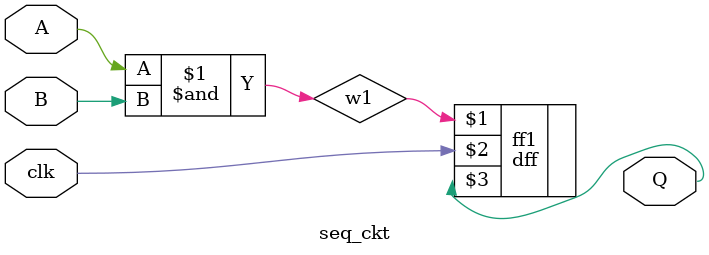
<source format=v>
module seq_ckt(A, B, clk, Q);
  input  A, B, clk;
  output Q;

  wire w1;
  and (w1, A, B);
  dff ff1 (w1, clk, Q);
endmodule


</source>
